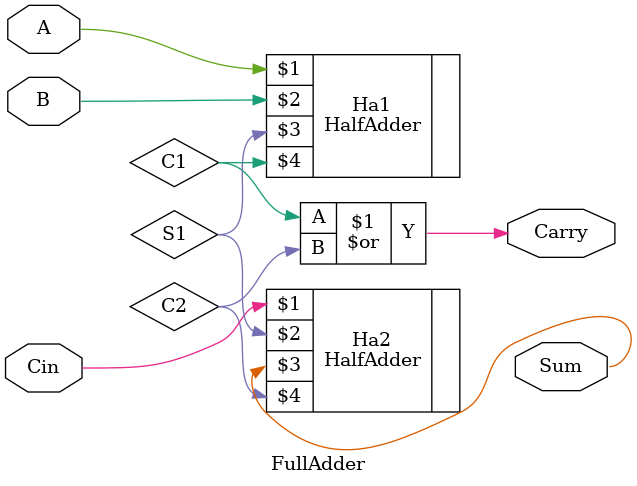
<source format=v>
`timescale 1ns / 1ps
module FullAdder(A, B, Cin, Sum, Carry);
input A, B, Cin;
output Sum, Carry;

wire C1, C2, S1;

HalfAdder Ha1(A, B, S1, C1);
HalfAdder Ha2(Cin, S1, Sum, C2);
or i1(Carry, C1, C2);

endmodule

</source>
